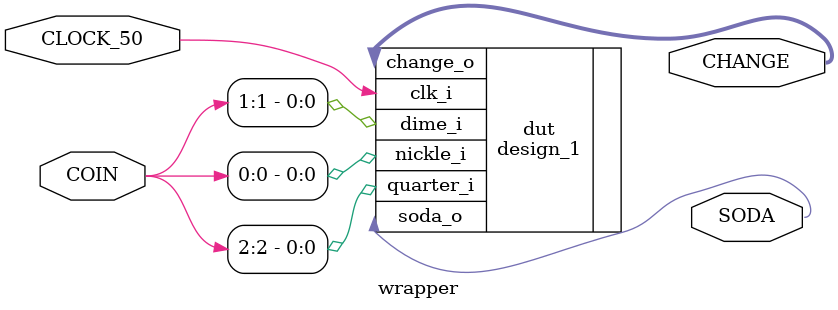
<source format=sv>
module wrapper (
  // input
  input logic        CLOCK_50,
  input logic [2:0]  COIN,

  // output
  output logic  SODA,
  output logic [2:0] CHANGE
);

  design_1 dut (
    .clk_i  (CLOCK_50),
    .nickle_i (COIN[0]),
    .dime_i (COIN[1]),
    .quarter_i  (COIN[2]),
    .soda_o (SODA),
    .change_o (CHANGE[2:0])
  );

endmodule : wrapper

</source>
